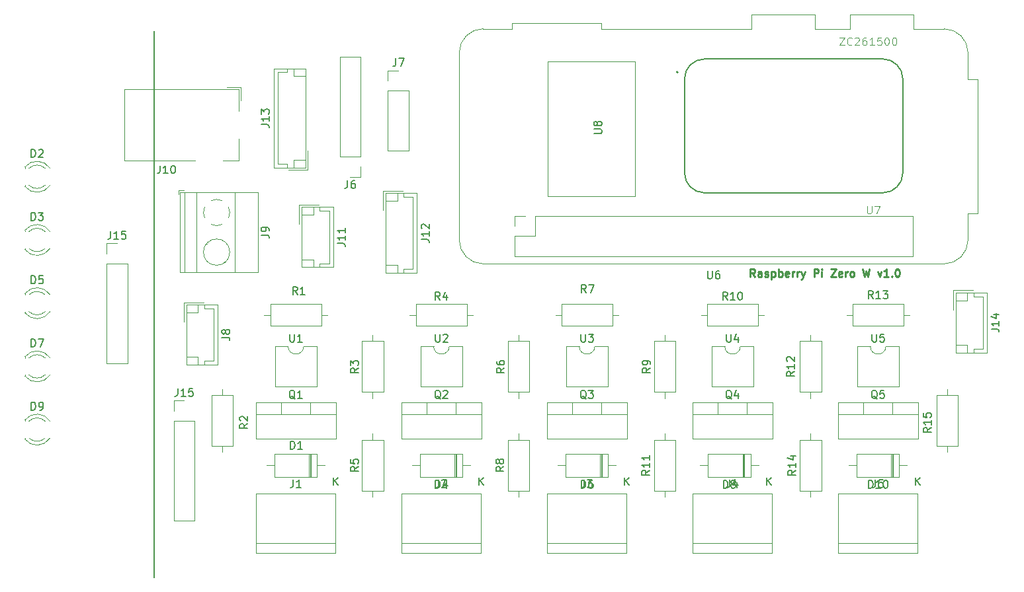
<source format=gto>
G04 #@! TF.GenerationSoftware,KiCad,Pcbnew,(5.1.10)-1*
G04 #@! TF.CreationDate,2022-01-04T01:44:35+08:00*
G04 #@! TF.ProjectId,Smart Hydroponic - 1,536d6172-7420-4487-9964-726f706f6e69,rev?*
G04 #@! TF.SameCoordinates,Original*
G04 #@! TF.FileFunction,Legend,Top*
G04 #@! TF.FilePolarity,Positive*
%FSLAX46Y46*%
G04 Gerber Fmt 4.6, Leading zero omitted, Abs format (unit mm)*
G04 Created by KiCad (PCBNEW (5.1.10)-1) date 2022-01-04 01:44:35*
%MOMM*%
%LPD*%
G01*
G04 APERTURE LIST*
%ADD10C,0.250000*%
%ADD11C,0.150000*%
%ADD12C,0.120000*%
%ADD13C,0.127000*%
%ADD14C,0.200000*%
%ADD15C,0.050000*%
G04 APERTURE END LIST*
D10*
X136907619Y-111482380D02*
X136574285Y-111006190D01*
X136336190Y-111482380D02*
X136336190Y-110482380D01*
X136717142Y-110482380D01*
X136812380Y-110530000D01*
X136860000Y-110577619D01*
X136907619Y-110672857D01*
X136907619Y-110815714D01*
X136860000Y-110910952D01*
X136812380Y-110958571D01*
X136717142Y-111006190D01*
X136336190Y-111006190D01*
X137764761Y-111482380D02*
X137764761Y-110958571D01*
X137717142Y-110863333D01*
X137621904Y-110815714D01*
X137431428Y-110815714D01*
X137336190Y-110863333D01*
X137764761Y-111434761D02*
X137669523Y-111482380D01*
X137431428Y-111482380D01*
X137336190Y-111434761D01*
X137288571Y-111339523D01*
X137288571Y-111244285D01*
X137336190Y-111149047D01*
X137431428Y-111101428D01*
X137669523Y-111101428D01*
X137764761Y-111053809D01*
X138193333Y-111434761D02*
X138288571Y-111482380D01*
X138479047Y-111482380D01*
X138574285Y-111434761D01*
X138621904Y-111339523D01*
X138621904Y-111291904D01*
X138574285Y-111196666D01*
X138479047Y-111149047D01*
X138336190Y-111149047D01*
X138240952Y-111101428D01*
X138193333Y-111006190D01*
X138193333Y-110958571D01*
X138240952Y-110863333D01*
X138336190Y-110815714D01*
X138479047Y-110815714D01*
X138574285Y-110863333D01*
X139050476Y-110815714D02*
X139050476Y-111815714D01*
X139050476Y-110863333D02*
X139145714Y-110815714D01*
X139336190Y-110815714D01*
X139431428Y-110863333D01*
X139479047Y-110910952D01*
X139526666Y-111006190D01*
X139526666Y-111291904D01*
X139479047Y-111387142D01*
X139431428Y-111434761D01*
X139336190Y-111482380D01*
X139145714Y-111482380D01*
X139050476Y-111434761D01*
X139955238Y-111482380D02*
X139955238Y-110482380D01*
X139955238Y-110863333D02*
X140050476Y-110815714D01*
X140240952Y-110815714D01*
X140336190Y-110863333D01*
X140383809Y-110910952D01*
X140431428Y-111006190D01*
X140431428Y-111291904D01*
X140383809Y-111387142D01*
X140336190Y-111434761D01*
X140240952Y-111482380D01*
X140050476Y-111482380D01*
X139955238Y-111434761D01*
X141240952Y-111434761D02*
X141145714Y-111482380D01*
X140955238Y-111482380D01*
X140860000Y-111434761D01*
X140812380Y-111339523D01*
X140812380Y-110958571D01*
X140860000Y-110863333D01*
X140955238Y-110815714D01*
X141145714Y-110815714D01*
X141240952Y-110863333D01*
X141288571Y-110958571D01*
X141288571Y-111053809D01*
X140812380Y-111149047D01*
X141717142Y-111482380D02*
X141717142Y-110815714D01*
X141717142Y-111006190D02*
X141764761Y-110910952D01*
X141812380Y-110863333D01*
X141907619Y-110815714D01*
X142002857Y-110815714D01*
X142336190Y-111482380D02*
X142336190Y-110815714D01*
X142336190Y-111006190D02*
X142383809Y-110910952D01*
X142431428Y-110863333D01*
X142526666Y-110815714D01*
X142621904Y-110815714D01*
X142860000Y-110815714D02*
X143098095Y-111482380D01*
X143336190Y-110815714D02*
X143098095Y-111482380D01*
X143002857Y-111720476D01*
X142955238Y-111768095D01*
X142860000Y-111815714D01*
X144479047Y-111482380D02*
X144479047Y-110482380D01*
X144860000Y-110482380D01*
X144955238Y-110530000D01*
X145002857Y-110577619D01*
X145050476Y-110672857D01*
X145050476Y-110815714D01*
X145002857Y-110910952D01*
X144955238Y-110958571D01*
X144860000Y-111006190D01*
X144479047Y-111006190D01*
X145479047Y-111482380D02*
X145479047Y-110815714D01*
X145479047Y-110482380D02*
X145431428Y-110530000D01*
X145479047Y-110577619D01*
X145526666Y-110530000D01*
X145479047Y-110482380D01*
X145479047Y-110577619D01*
X146621904Y-110482380D02*
X147288571Y-110482380D01*
X146621904Y-111482380D01*
X147288571Y-111482380D01*
X148050476Y-111434761D02*
X147955238Y-111482380D01*
X147764761Y-111482380D01*
X147669523Y-111434761D01*
X147621904Y-111339523D01*
X147621904Y-110958571D01*
X147669523Y-110863333D01*
X147764761Y-110815714D01*
X147955238Y-110815714D01*
X148050476Y-110863333D01*
X148098095Y-110958571D01*
X148098095Y-111053809D01*
X147621904Y-111149047D01*
X148526666Y-111482380D02*
X148526666Y-110815714D01*
X148526666Y-111006190D02*
X148574285Y-110910952D01*
X148621904Y-110863333D01*
X148717142Y-110815714D01*
X148812380Y-110815714D01*
X149288571Y-111482380D02*
X149193333Y-111434761D01*
X149145714Y-111387142D01*
X149098095Y-111291904D01*
X149098095Y-111006190D01*
X149145714Y-110910952D01*
X149193333Y-110863333D01*
X149288571Y-110815714D01*
X149431428Y-110815714D01*
X149526666Y-110863333D01*
X149574285Y-110910952D01*
X149621904Y-111006190D01*
X149621904Y-111291904D01*
X149574285Y-111387142D01*
X149526666Y-111434761D01*
X149431428Y-111482380D01*
X149288571Y-111482380D01*
X150717142Y-110482380D02*
X150955238Y-111482380D01*
X151145714Y-110768095D01*
X151336190Y-111482380D01*
X151574285Y-110482380D01*
X152621904Y-110815714D02*
X152859999Y-111482380D01*
X153098095Y-110815714D01*
X154002857Y-111482380D02*
X153431428Y-111482380D01*
X153717142Y-111482380D02*
X153717142Y-110482380D01*
X153621904Y-110625238D01*
X153526666Y-110720476D01*
X153431428Y-110768095D01*
X154431428Y-111387142D02*
X154479047Y-111434761D01*
X154431428Y-111482380D01*
X154383809Y-111434761D01*
X154431428Y-111387142D01*
X154431428Y-111482380D01*
X155098095Y-110482380D02*
X155193333Y-110482380D01*
X155288571Y-110530000D01*
X155336190Y-110577619D01*
X155383809Y-110672857D01*
X155431428Y-110863333D01*
X155431428Y-111101428D01*
X155383809Y-111291904D01*
X155336190Y-111387142D01*
X155288571Y-111434761D01*
X155193333Y-111482380D01*
X155098095Y-111482380D01*
X155002857Y-111434761D01*
X154955238Y-111387142D01*
X154907619Y-111291904D01*
X154859999Y-111101428D01*
X154859999Y-110863333D01*
X154907619Y-110672857D01*
X154955238Y-110577619D01*
X155002857Y-110530000D01*
X155098095Y-110482380D01*
D11*
X60000000Y-80000000D02*
X60000000Y-150000000D01*
D12*
X65240000Y-96630000D02*
X56240000Y-96630000D01*
X56240000Y-96630000D02*
X56240000Y-87430000D01*
X56240000Y-87430000D02*
X70840000Y-87430000D01*
X70840000Y-87430000D02*
X70840000Y-90230000D01*
X70840000Y-93830000D02*
X70840000Y-96630000D01*
X70840000Y-96630000D02*
X68840000Y-96630000D01*
X69340000Y-87190000D02*
X71080000Y-87190000D01*
X71080000Y-87190000D02*
X71080000Y-88930000D01*
X62520000Y-142710000D02*
X65180000Y-142710000D01*
X62520000Y-129950000D02*
X62520000Y-142710000D01*
X65180000Y-129950000D02*
X65180000Y-142710000D01*
X62520000Y-129950000D02*
X65180000Y-129950000D01*
X62520000Y-128680000D02*
X62520000Y-127350000D01*
X62520000Y-127350000D02*
X63850000Y-127350000D01*
X53940000Y-122550000D02*
X56600000Y-122550000D01*
X53940000Y-109790000D02*
X53940000Y-122550000D01*
X56600000Y-109790000D02*
X56600000Y-122550000D01*
X53940000Y-109790000D02*
X56600000Y-109790000D01*
X53940000Y-108520000D02*
X53940000Y-107190000D01*
X53940000Y-107190000D02*
X55270000Y-107190000D01*
X89940000Y-95330000D02*
X92600000Y-95330000D01*
X89940000Y-87650000D02*
X89940000Y-95330000D01*
X92600000Y-87650000D02*
X92600000Y-95330000D01*
X89940000Y-87650000D02*
X92600000Y-87650000D01*
X89940000Y-86380000D02*
X89940000Y-85050000D01*
X89940000Y-85050000D02*
X91270000Y-85050000D01*
X86440000Y-83330000D02*
X83780000Y-83330000D01*
X86440000Y-96090000D02*
X86440000Y-83330000D01*
X83780000Y-96090000D02*
X83780000Y-83330000D01*
X86440000Y-96090000D02*
X83780000Y-96090000D01*
X86440000Y-97360000D02*
X86440000Y-98690000D01*
X86440000Y-98690000D02*
X85110000Y-98690000D01*
X154515000Y-127600000D02*
X154515000Y-129110000D01*
X150814000Y-127600000D02*
X150814000Y-129110000D01*
X147544000Y-129110000D02*
X157784000Y-129110000D01*
X157784000Y-127600000D02*
X157784000Y-132241000D01*
X147544000Y-127600000D02*
X147544000Y-132241000D01*
X147544000Y-132241000D02*
X157784000Y-132241000D01*
X147544000Y-127600000D02*
X157784000Y-127600000D01*
X135886500Y-127600000D02*
X135886500Y-129110000D01*
X132185500Y-127600000D02*
X132185500Y-129110000D01*
X128915500Y-129110000D02*
X139155500Y-129110000D01*
X139155500Y-127600000D02*
X139155500Y-132241000D01*
X128915500Y-127600000D02*
X128915500Y-132241000D01*
X128915500Y-132241000D02*
X139155500Y-132241000D01*
X128915500Y-127600000D02*
X139155500Y-127600000D01*
X117258000Y-127600000D02*
X117258000Y-129110000D01*
X113557000Y-127600000D02*
X113557000Y-129110000D01*
X110287000Y-129110000D02*
X120527000Y-129110000D01*
X120527000Y-127600000D02*
X120527000Y-132241000D01*
X110287000Y-127600000D02*
X110287000Y-132241000D01*
X110287000Y-132241000D02*
X120527000Y-132241000D01*
X110287000Y-127600000D02*
X120527000Y-127600000D01*
X98629500Y-127600000D02*
X98629500Y-129110000D01*
X94928500Y-127600000D02*
X94928500Y-129110000D01*
X91658500Y-129110000D02*
X101898500Y-129110000D01*
X101898500Y-127600000D02*
X101898500Y-132241000D01*
X91658500Y-127600000D02*
X91658500Y-132241000D01*
X91658500Y-132241000D02*
X101898500Y-132241000D01*
X91658500Y-127600000D02*
X101898500Y-127600000D01*
X80001000Y-127600000D02*
X80001000Y-129110000D01*
X76300000Y-127600000D02*
X76300000Y-129110000D01*
X73030000Y-129110000D02*
X83270000Y-129110000D01*
X83270000Y-127600000D02*
X83270000Y-132241000D01*
X73030000Y-127600000D02*
X73030000Y-132241000D01*
X73030000Y-132241000D02*
X83270000Y-132241000D01*
X73030000Y-127600000D02*
X83270000Y-127600000D01*
X157744000Y-145650000D02*
X147584000Y-145650000D01*
X157744000Y-146920000D02*
X157744000Y-139300000D01*
X157744000Y-139300000D02*
X147584000Y-139300000D01*
X147584000Y-139300000D02*
X147584000Y-146920000D01*
X147584000Y-146920000D02*
X157744000Y-146920000D01*
X139115500Y-145650000D02*
X128955500Y-145650000D01*
X139115500Y-146920000D02*
X139115500Y-139300000D01*
X139115500Y-139300000D02*
X128955500Y-139300000D01*
X128955500Y-139300000D02*
X128955500Y-146920000D01*
X128955500Y-146920000D02*
X139115500Y-146920000D01*
X120487000Y-145650000D02*
X110327000Y-145650000D01*
X120487000Y-146920000D02*
X120487000Y-139300000D01*
X120487000Y-139300000D02*
X110327000Y-139300000D01*
X110327000Y-139300000D02*
X110327000Y-146920000D01*
X110327000Y-146920000D02*
X120487000Y-146920000D01*
X101858500Y-145650000D02*
X91698500Y-145650000D01*
X101858500Y-146920000D02*
X101858500Y-139300000D01*
X101858500Y-139300000D02*
X91698500Y-139300000D01*
X91698500Y-139300000D02*
X91698500Y-146920000D01*
X91698500Y-146920000D02*
X101858500Y-146920000D01*
X73070000Y-146920000D02*
X83230000Y-146920000D01*
X73070000Y-139300000D02*
X73070000Y-146920000D01*
X83230000Y-139300000D02*
X73070000Y-139300000D01*
X83230000Y-146920000D02*
X83230000Y-139300000D01*
X83230000Y-145650000D02*
X73070000Y-145650000D01*
X121546000Y-83860000D02*
X110370000Y-83860000D01*
X121580000Y-101140000D02*
X121580000Y-83868000D01*
X110372000Y-101138000D02*
X121548000Y-101138000D01*
X110372000Y-83866000D02*
X110372000Y-101138000D01*
D13*
X155840000Y-86117500D02*
X155840000Y-98182500D01*
X153300000Y-100722500D02*
X130440000Y-100722500D01*
X127900000Y-98182500D02*
X127900000Y-86117500D01*
X130440000Y-83577500D02*
X153300000Y-83577500D01*
D14*
X127068000Y-85263000D02*
G75*
G03*
X127068000Y-85263000I-100000J0D01*
G01*
D13*
X153300000Y-83577500D02*
G75*
G02*
X155840000Y-86117500I0J-2540000D01*
G01*
X127900000Y-86117500D02*
G75*
G02*
X130440000Y-83577500I2540000J0D01*
G01*
X130440000Y-100722500D02*
G75*
G02*
X127900000Y-98182500I0J2540000D01*
G01*
X155840000Y-98182500D02*
G75*
G02*
X153300000Y-100722500I-2540000J0D01*
G01*
D12*
X105820000Y-79710000D02*
X102130000Y-79710000D01*
X105820000Y-79010000D02*
X105820000Y-79710000D01*
X117240000Y-79010000D02*
X105820000Y-79010000D01*
X117240000Y-79710000D02*
X117240000Y-79010000D01*
X136470000Y-79710000D02*
X117240000Y-79710000D01*
X149070000Y-79710000D02*
X144590000Y-79710000D01*
X144590000Y-77910000D02*
X136470000Y-77910000D01*
X136470000Y-77910000D02*
X136470000Y-79710000D01*
X144590000Y-79710000D02*
X144590000Y-77910000D01*
X149070000Y-77910000D02*
X149070000Y-79710000D01*
X157190000Y-77910000D02*
X149070000Y-77910000D01*
X157190000Y-79710000D02*
X157190000Y-77910000D01*
X164190000Y-103330000D02*
X164190000Y-106770000D01*
X165390000Y-86210000D02*
X164190000Y-86210000D01*
X165390000Y-103330000D02*
X165390000Y-86210000D01*
X164190000Y-103330000D02*
X165390000Y-103330000D01*
X106170000Y-108870000D02*
X157090000Y-108870000D01*
X106170000Y-108870000D02*
X106170000Y-106270000D01*
X106170000Y-106270000D02*
X108770000Y-106270000D01*
X108770000Y-106270000D02*
X108770000Y-103670000D01*
X106170000Y-105000000D02*
X106170000Y-103670000D01*
X106170000Y-103670000D02*
X107500000Y-103670000D01*
X108770000Y-103670000D02*
X157090000Y-103670000D01*
X157090000Y-108870000D02*
X157090000Y-103670000D01*
X164190000Y-86210000D02*
X164190000Y-82770000D01*
X161130000Y-79710000D02*
X157190000Y-79710000D01*
X99070000Y-106770000D02*
X99070000Y-82770000D01*
X161130000Y-109830000D02*
X102130000Y-109830000D01*
X164190000Y-82770000D02*
G75*
G03*
X161130000Y-79710000I-3060000J0D01*
G01*
X161130000Y-109830000D02*
G75*
G03*
X164190000Y-106770000I0J3060000D01*
G01*
X99070000Y-106770000D02*
G75*
G03*
X102130000Y-109830000I3060000J0D01*
G01*
X102130000Y-79710000D02*
G75*
G03*
X99070000Y-82770000I0J-3060000D01*
G01*
X155324000Y-120390000D02*
X153674000Y-120390000D01*
X155324000Y-125590000D02*
X155324000Y-120390000D01*
X150024000Y-125590000D02*
X155324000Y-125590000D01*
X150024000Y-120390000D02*
X150024000Y-125590000D01*
X151674000Y-120390000D02*
X150024000Y-120390000D01*
X153674000Y-120390000D02*
G75*
G02*
X151674000Y-120390000I-1000000J0D01*
G01*
X136695500Y-120390000D02*
X135045500Y-120390000D01*
X136695500Y-125590000D02*
X136695500Y-120390000D01*
X131395500Y-125590000D02*
X136695500Y-125590000D01*
X131395500Y-120390000D02*
X131395500Y-125590000D01*
X133045500Y-120390000D02*
X131395500Y-120390000D01*
X135045500Y-120390000D02*
G75*
G02*
X133045500Y-120390000I-1000000J0D01*
G01*
X118067000Y-120390000D02*
X116417000Y-120390000D01*
X118067000Y-125590000D02*
X118067000Y-120390000D01*
X112767000Y-125590000D02*
X118067000Y-125590000D01*
X112767000Y-120390000D02*
X112767000Y-125590000D01*
X114417000Y-120390000D02*
X112767000Y-120390000D01*
X116417000Y-120390000D02*
G75*
G02*
X114417000Y-120390000I-1000000J0D01*
G01*
X99438500Y-120390000D02*
X97788500Y-120390000D01*
X99438500Y-125590000D02*
X99438500Y-120390000D01*
X94138500Y-125590000D02*
X99438500Y-125590000D01*
X94138500Y-120390000D02*
X94138500Y-125590000D01*
X95788500Y-120390000D02*
X94138500Y-120390000D01*
X97788500Y-120390000D02*
G75*
G02*
X95788500Y-120390000I-1000000J0D01*
G01*
X80810000Y-120390000D02*
X79160000Y-120390000D01*
X80810000Y-125590000D02*
X80810000Y-120390000D01*
X75510000Y-125590000D02*
X80810000Y-125590000D01*
X75510000Y-120390000D02*
X75510000Y-125590000D01*
X77160000Y-120390000D02*
X75510000Y-120390000D01*
X79160000Y-120390000D02*
G75*
G02*
X77160000Y-120390000I-1000000J0D01*
G01*
X161554000Y-133965000D02*
X161554000Y-133195000D01*
X161554000Y-125885000D02*
X161554000Y-126655000D01*
X162924000Y-133195000D02*
X162924000Y-126655000D01*
X160184000Y-133195000D02*
X162924000Y-133195000D01*
X160184000Y-126655000D02*
X160184000Y-133195000D01*
X162924000Y-126655000D02*
X160184000Y-126655000D01*
X144040000Y-131600000D02*
X144040000Y-132370000D01*
X144040000Y-139680000D02*
X144040000Y-138910000D01*
X142670000Y-132370000D02*
X142670000Y-138910000D01*
X145410000Y-132370000D02*
X142670000Y-132370000D01*
X145410000Y-138910000D02*
X145410000Y-132370000D01*
X142670000Y-138910000D02*
X145410000Y-138910000D01*
X148624000Y-116370000D02*
X149394000Y-116370000D01*
X156704000Y-116370000D02*
X155934000Y-116370000D01*
X149394000Y-117740000D02*
X155934000Y-117740000D01*
X149394000Y-115000000D02*
X149394000Y-117740000D01*
X155934000Y-115000000D02*
X149394000Y-115000000D01*
X155934000Y-117740000D02*
X155934000Y-115000000D01*
X144040000Y-127035000D02*
X144040000Y-126265000D01*
X144040000Y-118955000D02*
X144040000Y-119725000D01*
X145410000Y-126265000D02*
X145410000Y-119725000D01*
X142670000Y-126265000D02*
X145410000Y-126265000D01*
X142670000Y-119725000D02*
X142670000Y-126265000D01*
X145410000Y-119725000D02*
X142670000Y-119725000D01*
X125356666Y-131600000D02*
X125356666Y-132370000D01*
X125356666Y-139680000D02*
X125356666Y-138910000D01*
X123986666Y-132370000D02*
X123986666Y-138910000D01*
X126726666Y-132370000D02*
X123986666Y-132370000D01*
X126726666Y-138910000D02*
X126726666Y-132370000D01*
X123986666Y-138910000D02*
X126726666Y-138910000D01*
X138075500Y-116370000D02*
X137305500Y-116370000D01*
X129995500Y-116370000D02*
X130765500Y-116370000D01*
X137305500Y-115000000D02*
X130765500Y-115000000D01*
X137305500Y-117740000D02*
X137305500Y-115000000D01*
X130765500Y-117740000D02*
X137305500Y-117740000D01*
X130765500Y-115000000D02*
X130765500Y-117740000D01*
X125356666Y-127035000D02*
X125356666Y-126265000D01*
X125356666Y-118955000D02*
X125356666Y-119725000D01*
X126726666Y-126265000D02*
X126726666Y-119725000D01*
X123986666Y-126265000D02*
X126726666Y-126265000D01*
X123986666Y-119725000D02*
X123986666Y-126265000D01*
X126726666Y-119725000D02*
X123986666Y-119725000D01*
X106673333Y-131600000D02*
X106673333Y-132370000D01*
X106673333Y-139680000D02*
X106673333Y-138910000D01*
X105303333Y-132370000D02*
X105303333Y-138910000D01*
X108043333Y-132370000D02*
X105303333Y-132370000D01*
X108043333Y-138910000D02*
X108043333Y-132370000D01*
X105303333Y-138910000D02*
X108043333Y-138910000D01*
X119490000Y-116370000D02*
X118720000Y-116370000D01*
X111410000Y-116370000D02*
X112180000Y-116370000D01*
X118720000Y-115000000D02*
X112180000Y-115000000D01*
X118720000Y-117740000D02*
X118720000Y-115000000D01*
X112180000Y-117740000D02*
X118720000Y-117740000D01*
X112180000Y-115000000D02*
X112180000Y-117740000D01*
X106673333Y-127035000D02*
X106673333Y-126265000D01*
X106673333Y-118955000D02*
X106673333Y-119725000D01*
X108043333Y-126265000D02*
X108043333Y-119725000D01*
X105303333Y-126265000D02*
X108043333Y-126265000D01*
X105303333Y-119725000D02*
X105303333Y-126265000D01*
X108043333Y-119725000D02*
X105303333Y-119725000D01*
X87990000Y-139680000D02*
X87990000Y-138910000D01*
X87990000Y-131600000D02*
X87990000Y-132370000D01*
X89360000Y-138910000D02*
X89360000Y-132370000D01*
X86620000Y-138910000D02*
X89360000Y-138910000D01*
X86620000Y-132370000D02*
X86620000Y-138910000D01*
X89360000Y-132370000D02*
X86620000Y-132370000D01*
X100818500Y-116370000D02*
X100048500Y-116370000D01*
X92738500Y-116370000D02*
X93508500Y-116370000D01*
X100048500Y-115000000D02*
X93508500Y-115000000D01*
X100048500Y-117740000D02*
X100048500Y-115000000D01*
X93508500Y-117740000D02*
X100048500Y-117740000D01*
X93508500Y-115000000D02*
X93508500Y-117740000D01*
X87990000Y-127035000D02*
X87990000Y-126265000D01*
X87990000Y-118955000D02*
X87990000Y-119725000D01*
X89360000Y-126265000D02*
X89360000Y-119725000D01*
X86620000Y-126265000D02*
X89360000Y-126265000D01*
X86620000Y-119725000D02*
X86620000Y-126265000D01*
X89360000Y-119725000D02*
X86620000Y-119725000D01*
X68730000Y-133965000D02*
X68730000Y-133195000D01*
X68730000Y-125885000D02*
X68730000Y-126655000D01*
X70100000Y-133195000D02*
X70100000Y-126655000D01*
X67360000Y-133195000D02*
X70100000Y-133195000D01*
X67360000Y-126655000D02*
X67360000Y-133195000D01*
X70100000Y-126655000D02*
X67360000Y-126655000D01*
X82190000Y-116370000D02*
X81420000Y-116370000D01*
X74110000Y-116370000D02*
X74880000Y-116370000D01*
X81420000Y-115000000D02*
X74880000Y-115000000D01*
X81420000Y-117740000D02*
X81420000Y-115000000D01*
X74880000Y-117740000D02*
X81420000Y-117740000D01*
X74880000Y-115000000D02*
X74880000Y-117740000D01*
X162300000Y-113210000D02*
X162300000Y-115710000D01*
X164800000Y-113210000D02*
X162300000Y-113210000D01*
X164100000Y-120230000D02*
X162600000Y-120230000D01*
X164100000Y-121230000D02*
X164100000Y-120230000D01*
X164100000Y-114510000D02*
X162600000Y-114510000D01*
X164100000Y-113510000D02*
X164100000Y-114510000D01*
X164910000Y-120730000D02*
X164910000Y-121230000D01*
X166120000Y-120730000D02*
X164910000Y-120730000D01*
X166120000Y-114010000D02*
X166120000Y-120730000D01*
X164910000Y-114010000D02*
X166120000Y-114010000D01*
X164910000Y-113510000D02*
X164910000Y-114010000D01*
X166620000Y-121230000D02*
X166620000Y-113510000D01*
X162600000Y-121230000D02*
X166620000Y-121230000D01*
X162600000Y-113510000D02*
X162600000Y-121230000D01*
X166620000Y-113510000D02*
X162600000Y-113510000D01*
X79680000Y-97810000D02*
X79680000Y-95310000D01*
X77180000Y-97810000D02*
X79680000Y-97810000D01*
X77880000Y-85790000D02*
X79380000Y-85790000D01*
X77880000Y-84790000D02*
X77880000Y-85790000D01*
X77880000Y-96510000D02*
X79380000Y-96510000D01*
X77880000Y-97510000D02*
X77880000Y-96510000D01*
X77070000Y-85290000D02*
X77070000Y-84790000D01*
X75860000Y-85290000D02*
X77070000Y-85290000D01*
X75860000Y-97010000D02*
X75860000Y-85290000D01*
X77070000Y-97010000D02*
X75860000Y-97010000D01*
X77070000Y-97510000D02*
X77070000Y-97010000D01*
X75360000Y-84790000D02*
X75360000Y-97510000D01*
X79380000Y-84790000D02*
X75360000Y-84790000D01*
X79380000Y-97510000D02*
X79380000Y-84790000D01*
X75360000Y-97510000D02*
X79380000Y-97510000D01*
X89340000Y-100470000D02*
X89340000Y-102970000D01*
X91840000Y-100470000D02*
X89340000Y-100470000D01*
X91140000Y-109990000D02*
X89640000Y-109990000D01*
X91140000Y-110990000D02*
X91140000Y-109990000D01*
X91140000Y-101770000D02*
X89640000Y-101770000D01*
X91140000Y-100770000D02*
X91140000Y-101770000D01*
X91950000Y-110490000D02*
X91950000Y-110990000D01*
X93160000Y-110490000D02*
X91950000Y-110490000D01*
X93160000Y-101270000D02*
X93160000Y-110490000D01*
X91950000Y-101270000D02*
X93160000Y-101270000D01*
X91950000Y-100770000D02*
X91950000Y-101270000D01*
X93660000Y-110990000D02*
X93660000Y-100770000D01*
X89640000Y-110990000D02*
X93660000Y-110990000D01*
X89640000Y-100770000D02*
X89640000Y-110990000D01*
X93660000Y-100770000D02*
X89640000Y-100770000D01*
X78600000Y-102240000D02*
X78600000Y-104740000D01*
X81100000Y-102240000D02*
X78600000Y-102240000D01*
X80400000Y-109260000D02*
X78900000Y-109260000D01*
X80400000Y-110260000D02*
X80400000Y-109260000D01*
X80400000Y-103540000D02*
X78900000Y-103540000D01*
X80400000Y-102540000D02*
X80400000Y-103540000D01*
X81210000Y-109760000D02*
X81210000Y-110260000D01*
X82420000Y-109760000D02*
X81210000Y-109760000D01*
X82420000Y-103040000D02*
X82420000Y-109760000D01*
X81210000Y-103040000D02*
X82420000Y-103040000D01*
X81210000Y-102540000D02*
X81210000Y-103040000D01*
X82920000Y-110260000D02*
X82920000Y-102540000D01*
X78900000Y-110260000D02*
X82920000Y-110260000D01*
X78900000Y-102540000D02*
X78900000Y-110260000D01*
X82920000Y-102540000D02*
X78900000Y-102540000D01*
X63110000Y-100410000D02*
X63110000Y-100910000D01*
X63850000Y-100410000D02*
X63110000Y-100410000D01*
X66987000Y-107103000D02*
X66941000Y-107056000D01*
X69285000Y-109400000D02*
X69249000Y-109365000D01*
X66771000Y-107296000D02*
X66736000Y-107261000D01*
X69079000Y-109605000D02*
X69033000Y-109558000D01*
X73271000Y-110930000D02*
X63350000Y-110930000D01*
X73271000Y-100650000D02*
X63350000Y-100650000D01*
X63350000Y-100650000D02*
X63350000Y-110930000D01*
X73271000Y-100650000D02*
X73271000Y-110930000D01*
X70311000Y-100650000D02*
X70311000Y-110930000D01*
X65410000Y-100650000D02*
X65410000Y-110930000D01*
X63910000Y-100650000D02*
X63910000Y-110930000D01*
X69690000Y-108330000D02*
G75*
G03*
X69690000Y-108330000I-1680000J0D01*
G01*
X66329747Y-103278805D02*
G75*
G02*
X66475000Y-102566000I1680253J28805D01*
G01*
X67326958Y-101714574D02*
G75*
G02*
X68694000Y-101715000I683042J-1535426D01*
G01*
X69545426Y-102566958D02*
G75*
G02*
X69545000Y-103934000I-1535426J-683042D01*
G01*
X68693042Y-104785426D02*
G75*
G02*
X67326000Y-104785000I-683042J1535426D01*
G01*
X66475244Y-103933318D02*
G75*
G02*
X66330000Y-103250000I1534756J683318D01*
G01*
X63830000Y-114760000D02*
X63830000Y-117260000D01*
X66330000Y-114760000D02*
X63830000Y-114760000D01*
X65630000Y-121780000D02*
X64130000Y-121780000D01*
X65630000Y-122780000D02*
X65630000Y-121780000D01*
X65630000Y-116060000D02*
X64130000Y-116060000D01*
X65630000Y-115060000D02*
X65630000Y-116060000D01*
X66440000Y-122280000D02*
X66440000Y-122780000D01*
X67650000Y-122280000D02*
X66440000Y-122280000D01*
X67650000Y-115560000D02*
X67650000Y-122280000D01*
X66440000Y-115560000D02*
X67650000Y-115560000D01*
X66440000Y-115060000D02*
X66440000Y-115560000D01*
X68150000Y-122780000D02*
X68150000Y-115060000D01*
X64130000Y-122780000D02*
X68150000Y-122780000D01*
X64130000Y-115060000D02*
X64130000Y-122780000D01*
X68150000Y-115060000D02*
X64130000Y-115060000D01*
X154604000Y-137110000D02*
X154604000Y-134170000D01*
X154364000Y-137110000D02*
X154364000Y-134170000D01*
X154484000Y-137110000D02*
X154484000Y-134170000D01*
X148924000Y-135640000D02*
X149944000Y-135640000D01*
X156404000Y-135640000D02*
X155384000Y-135640000D01*
X149944000Y-137110000D02*
X155384000Y-137110000D01*
X149944000Y-134170000D02*
X149944000Y-137110000D01*
X155384000Y-134170000D02*
X149944000Y-134170000D01*
X155384000Y-137110000D02*
X155384000Y-134170000D01*
X43470000Y-132150000D02*
X43470000Y-132306000D01*
X43470000Y-129834000D02*
X43470000Y-129990000D01*
X46071130Y-132149837D02*
G75*
G02*
X43989039Y-132150000I-1041130J1079837D01*
G01*
X46071130Y-129990163D02*
G75*
G03*
X43989039Y-129990000I-1041130J-1079837D01*
G01*
X46702335Y-132148608D02*
G75*
G02*
X43470000Y-132305516I-1672335J1078608D01*
G01*
X46702335Y-129991392D02*
G75*
G03*
X43470000Y-129834484I-1672335J-1078608D01*
G01*
X135570000Y-137110000D02*
X135570000Y-134170000D01*
X135330000Y-137110000D02*
X135330000Y-134170000D01*
X135450000Y-137110000D02*
X135450000Y-134170000D01*
X129890000Y-135640000D02*
X130910000Y-135640000D01*
X137370000Y-135640000D02*
X136350000Y-135640000D01*
X130910000Y-137110000D02*
X136350000Y-137110000D01*
X130910000Y-134170000D02*
X130910000Y-137110000D01*
X136350000Y-134170000D02*
X130910000Y-134170000D01*
X136350000Y-137110000D02*
X136350000Y-134170000D01*
X43470000Y-124050000D02*
X43470000Y-124206000D01*
X43470000Y-121734000D02*
X43470000Y-121890000D01*
X46071130Y-124049837D02*
G75*
G02*
X43989039Y-124050000I-1041130J1079837D01*
G01*
X46071130Y-121890163D02*
G75*
G03*
X43989039Y-121890000I-1041130J-1079837D01*
G01*
X46702335Y-124048608D02*
G75*
G02*
X43470000Y-124205516I-1672335J1078608D01*
G01*
X46702335Y-121891392D02*
G75*
G03*
X43470000Y-121734484I-1672335J-1078608D01*
G01*
X117347000Y-137110000D02*
X117347000Y-134170000D01*
X117107000Y-137110000D02*
X117107000Y-134170000D01*
X117227000Y-137110000D02*
X117227000Y-134170000D01*
X111667000Y-135640000D02*
X112687000Y-135640000D01*
X119147000Y-135640000D02*
X118127000Y-135640000D01*
X112687000Y-137110000D02*
X118127000Y-137110000D01*
X112687000Y-134170000D02*
X112687000Y-137110000D01*
X118127000Y-134170000D02*
X112687000Y-134170000D01*
X118127000Y-137110000D02*
X118127000Y-134170000D01*
X43470000Y-115950000D02*
X43470000Y-116106000D01*
X43470000Y-113634000D02*
X43470000Y-113790000D01*
X46071130Y-115949837D02*
G75*
G02*
X43989039Y-115950000I-1041130J1079837D01*
G01*
X46071130Y-113790163D02*
G75*
G03*
X43989039Y-113790000I-1041130J-1079837D01*
G01*
X46702335Y-115948608D02*
G75*
G02*
X43470000Y-116105516I-1672335J1078608D01*
G01*
X46702335Y-113791392D02*
G75*
G03*
X43470000Y-113634484I-1672335J-1078608D01*
G01*
X98718500Y-137110000D02*
X98718500Y-134170000D01*
X98478500Y-137110000D02*
X98478500Y-134170000D01*
X98598500Y-137110000D02*
X98598500Y-134170000D01*
X93038500Y-135640000D02*
X94058500Y-135640000D01*
X100518500Y-135640000D02*
X99498500Y-135640000D01*
X94058500Y-137110000D02*
X99498500Y-137110000D01*
X94058500Y-134170000D02*
X94058500Y-137110000D01*
X99498500Y-134170000D02*
X94058500Y-134170000D01*
X99498500Y-137110000D02*
X99498500Y-134170000D01*
X43470000Y-107850000D02*
X43470000Y-108006000D01*
X43470000Y-105534000D02*
X43470000Y-105690000D01*
X46071130Y-107849837D02*
G75*
G02*
X43989039Y-107850000I-1041130J1079837D01*
G01*
X46071130Y-105690163D02*
G75*
G03*
X43989039Y-105690000I-1041130J-1079837D01*
G01*
X46702335Y-107848608D02*
G75*
G02*
X43470000Y-108005516I-1672335J1078608D01*
G01*
X46702335Y-105691392D02*
G75*
G03*
X43470000Y-105534484I-1672335J-1078608D01*
G01*
X43470000Y-99750000D02*
X43470000Y-99906000D01*
X43470000Y-97434000D02*
X43470000Y-97590000D01*
X46071130Y-99749837D02*
G75*
G02*
X43989039Y-99750000I-1041130J1079837D01*
G01*
X46071130Y-97590163D02*
G75*
G03*
X43989039Y-97590000I-1041130J-1079837D01*
G01*
X46702335Y-99748608D02*
G75*
G02*
X43470000Y-99905516I-1672335J1078608D01*
G01*
X46702335Y-97591392D02*
G75*
G03*
X43470000Y-97434484I-1672335J-1078608D01*
G01*
X80090000Y-137110000D02*
X80090000Y-134170000D01*
X79850000Y-137110000D02*
X79850000Y-134170000D01*
X79970000Y-137110000D02*
X79970000Y-134170000D01*
X74410000Y-135640000D02*
X75430000Y-135640000D01*
X81890000Y-135640000D02*
X80870000Y-135640000D01*
X75430000Y-137110000D02*
X80870000Y-137110000D01*
X75430000Y-134170000D02*
X75430000Y-137110000D01*
X80870000Y-134170000D02*
X75430000Y-134170000D01*
X80870000Y-137110000D02*
X80870000Y-134170000D01*
D11*
X60780476Y-97232380D02*
X60780476Y-97946666D01*
X60732857Y-98089523D01*
X60637619Y-98184761D01*
X60494761Y-98232380D01*
X60399523Y-98232380D01*
X61780476Y-98232380D02*
X61209047Y-98232380D01*
X61494761Y-98232380D02*
X61494761Y-97232380D01*
X61399523Y-97375238D01*
X61304285Y-97470476D01*
X61209047Y-97518095D01*
X62399523Y-97232380D02*
X62494761Y-97232380D01*
X62590000Y-97280000D01*
X62637619Y-97327619D01*
X62685238Y-97422857D01*
X62732857Y-97613333D01*
X62732857Y-97851428D01*
X62685238Y-98041904D01*
X62637619Y-98137142D01*
X62590000Y-98184761D01*
X62494761Y-98232380D01*
X62399523Y-98232380D01*
X62304285Y-98184761D01*
X62256666Y-98137142D01*
X62209047Y-98041904D01*
X62161428Y-97851428D01*
X62161428Y-97613333D01*
X62209047Y-97422857D01*
X62256666Y-97327619D01*
X62304285Y-97280000D01*
X62399523Y-97232380D01*
X63040476Y-125802380D02*
X63040476Y-126516666D01*
X62992857Y-126659523D01*
X62897619Y-126754761D01*
X62754761Y-126802380D01*
X62659523Y-126802380D01*
X64040476Y-126802380D02*
X63469047Y-126802380D01*
X63754761Y-126802380D02*
X63754761Y-125802380D01*
X63659523Y-125945238D01*
X63564285Y-126040476D01*
X63469047Y-126088095D01*
X64945238Y-125802380D02*
X64469047Y-125802380D01*
X64421428Y-126278571D01*
X64469047Y-126230952D01*
X64564285Y-126183333D01*
X64802380Y-126183333D01*
X64897619Y-126230952D01*
X64945238Y-126278571D01*
X64992857Y-126373809D01*
X64992857Y-126611904D01*
X64945238Y-126707142D01*
X64897619Y-126754761D01*
X64802380Y-126802380D01*
X64564285Y-126802380D01*
X64469047Y-126754761D01*
X64421428Y-126707142D01*
X54460476Y-105642380D02*
X54460476Y-106356666D01*
X54412857Y-106499523D01*
X54317619Y-106594761D01*
X54174761Y-106642380D01*
X54079523Y-106642380D01*
X55460476Y-106642380D02*
X54889047Y-106642380D01*
X55174761Y-106642380D02*
X55174761Y-105642380D01*
X55079523Y-105785238D01*
X54984285Y-105880476D01*
X54889047Y-105928095D01*
X56365238Y-105642380D02*
X55889047Y-105642380D01*
X55841428Y-106118571D01*
X55889047Y-106070952D01*
X55984285Y-106023333D01*
X56222380Y-106023333D01*
X56317619Y-106070952D01*
X56365238Y-106118571D01*
X56412857Y-106213809D01*
X56412857Y-106451904D01*
X56365238Y-106547142D01*
X56317619Y-106594761D01*
X56222380Y-106642380D01*
X55984285Y-106642380D01*
X55889047Y-106594761D01*
X55841428Y-106547142D01*
X90936666Y-83502380D02*
X90936666Y-84216666D01*
X90889047Y-84359523D01*
X90793809Y-84454761D01*
X90650952Y-84502380D01*
X90555714Y-84502380D01*
X91317619Y-83502380D02*
X91984285Y-83502380D01*
X91555714Y-84502380D01*
X84776666Y-99142380D02*
X84776666Y-99856666D01*
X84729047Y-99999523D01*
X84633809Y-100094761D01*
X84490952Y-100142380D01*
X84395714Y-100142380D01*
X85681428Y-99142380D02*
X85490952Y-99142380D01*
X85395714Y-99190000D01*
X85348095Y-99237619D01*
X85252857Y-99380476D01*
X85205238Y-99570952D01*
X85205238Y-99951904D01*
X85252857Y-100047142D01*
X85300476Y-100094761D01*
X85395714Y-100142380D01*
X85586190Y-100142380D01*
X85681428Y-100094761D01*
X85729047Y-100047142D01*
X85776666Y-99951904D01*
X85776666Y-99713809D01*
X85729047Y-99618571D01*
X85681428Y-99570952D01*
X85586190Y-99523333D01*
X85395714Y-99523333D01*
X85300476Y-99570952D01*
X85252857Y-99618571D01*
X85205238Y-99713809D01*
X152568761Y-127147619D02*
X152473523Y-127100000D01*
X152378285Y-127004761D01*
X152235428Y-126861904D01*
X152140190Y-126814285D01*
X152044952Y-126814285D01*
X152092571Y-127052380D02*
X151997333Y-127004761D01*
X151902095Y-126909523D01*
X151854476Y-126719047D01*
X151854476Y-126385714D01*
X151902095Y-126195238D01*
X151997333Y-126100000D01*
X152092571Y-126052380D01*
X152283047Y-126052380D01*
X152378285Y-126100000D01*
X152473523Y-126195238D01*
X152521142Y-126385714D01*
X152521142Y-126719047D01*
X152473523Y-126909523D01*
X152378285Y-127004761D01*
X152283047Y-127052380D01*
X152092571Y-127052380D01*
X153425904Y-126052380D02*
X152949714Y-126052380D01*
X152902095Y-126528571D01*
X152949714Y-126480952D01*
X153044952Y-126433333D01*
X153283047Y-126433333D01*
X153378285Y-126480952D01*
X153425904Y-126528571D01*
X153473523Y-126623809D01*
X153473523Y-126861904D01*
X153425904Y-126957142D01*
X153378285Y-127004761D01*
X153283047Y-127052380D01*
X153044952Y-127052380D01*
X152949714Y-127004761D01*
X152902095Y-126957142D01*
X133940261Y-127147619D02*
X133845023Y-127100000D01*
X133749785Y-127004761D01*
X133606928Y-126861904D01*
X133511690Y-126814285D01*
X133416452Y-126814285D01*
X133464071Y-127052380D02*
X133368833Y-127004761D01*
X133273595Y-126909523D01*
X133225976Y-126719047D01*
X133225976Y-126385714D01*
X133273595Y-126195238D01*
X133368833Y-126100000D01*
X133464071Y-126052380D01*
X133654547Y-126052380D01*
X133749785Y-126100000D01*
X133845023Y-126195238D01*
X133892642Y-126385714D01*
X133892642Y-126719047D01*
X133845023Y-126909523D01*
X133749785Y-127004761D01*
X133654547Y-127052380D01*
X133464071Y-127052380D01*
X134749785Y-126385714D02*
X134749785Y-127052380D01*
X134511690Y-126004761D02*
X134273595Y-126719047D01*
X134892642Y-126719047D01*
X115311761Y-127147619D02*
X115216523Y-127100000D01*
X115121285Y-127004761D01*
X114978428Y-126861904D01*
X114883190Y-126814285D01*
X114787952Y-126814285D01*
X114835571Y-127052380D02*
X114740333Y-127004761D01*
X114645095Y-126909523D01*
X114597476Y-126719047D01*
X114597476Y-126385714D01*
X114645095Y-126195238D01*
X114740333Y-126100000D01*
X114835571Y-126052380D01*
X115026047Y-126052380D01*
X115121285Y-126100000D01*
X115216523Y-126195238D01*
X115264142Y-126385714D01*
X115264142Y-126719047D01*
X115216523Y-126909523D01*
X115121285Y-127004761D01*
X115026047Y-127052380D01*
X114835571Y-127052380D01*
X115597476Y-126052380D02*
X116216523Y-126052380D01*
X115883190Y-126433333D01*
X116026047Y-126433333D01*
X116121285Y-126480952D01*
X116168904Y-126528571D01*
X116216523Y-126623809D01*
X116216523Y-126861904D01*
X116168904Y-126957142D01*
X116121285Y-127004761D01*
X116026047Y-127052380D01*
X115740333Y-127052380D01*
X115645095Y-127004761D01*
X115597476Y-126957142D01*
X96683261Y-127147619D02*
X96588023Y-127100000D01*
X96492785Y-127004761D01*
X96349928Y-126861904D01*
X96254690Y-126814285D01*
X96159452Y-126814285D01*
X96207071Y-127052380D02*
X96111833Y-127004761D01*
X96016595Y-126909523D01*
X95968976Y-126719047D01*
X95968976Y-126385714D01*
X96016595Y-126195238D01*
X96111833Y-126100000D01*
X96207071Y-126052380D01*
X96397547Y-126052380D01*
X96492785Y-126100000D01*
X96588023Y-126195238D01*
X96635642Y-126385714D01*
X96635642Y-126719047D01*
X96588023Y-126909523D01*
X96492785Y-127004761D01*
X96397547Y-127052380D01*
X96207071Y-127052380D01*
X97016595Y-126147619D02*
X97064214Y-126100000D01*
X97159452Y-126052380D01*
X97397547Y-126052380D01*
X97492785Y-126100000D01*
X97540404Y-126147619D01*
X97588023Y-126242857D01*
X97588023Y-126338095D01*
X97540404Y-126480952D01*
X96968976Y-127052380D01*
X97588023Y-127052380D01*
X78054761Y-127147619D02*
X77959523Y-127100000D01*
X77864285Y-127004761D01*
X77721428Y-126861904D01*
X77626190Y-126814285D01*
X77530952Y-126814285D01*
X77578571Y-127052380D02*
X77483333Y-127004761D01*
X77388095Y-126909523D01*
X77340476Y-126719047D01*
X77340476Y-126385714D01*
X77388095Y-126195238D01*
X77483333Y-126100000D01*
X77578571Y-126052380D01*
X77769047Y-126052380D01*
X77864285Y-126100000D01*
X77959523Y-126195238D01*
X78007142Y-126385714D01*
X78007142Y-126719047D01*
X77959523Y-126909523D01*
X77864285Y-127004761D01*
X77769047Y-127052380D01*
X77578571Y-127052380D01*
X78959523Y-127052380D02*
X78388095Y-127052380D01*
X78673809Y-127052380D02*
X78673809Y-126052380D01*
X78578571Y-126195238D01*
X78483333Y-126290476D01*
X78388095Y-126338095D01*
X152330666Y-137482380D02*
X152330666Y-138196666D01*
X152283047Y-138339523D01*
X152187809Y-138434761D01*
X152044952Y-138482380D01*
X151949714Y-138482380D01*
X153283047Y-137482380D02*
X152806857Y-137482380D01*
X152759238Y-137958571D01*
X152806857Y-137910952D01*
X152902095Y-137863333D01*
X153140190Y-137863333D01*
X153235428Y-137910952D01*
X153283047Y-137958571D01*
X153330666Y-138053809D01*
X153330666Y-138291904D01*
X153283047Y-138387142D01*
X153235428Y-138434761D01*
X153140190Y-138482380D01*
X152902095Y-138482380D01*
X152806857Y-138434761D01*
X152759238Y-138387142D01*
X133702166Y-137482380D02*
X133702166Y-138196666D01*
X133654547Y-138339523D01*
X133559309Y-138434761D01*
X133416452Y-138482380D01*
X133321214Y-138482380D01*
X134606928Y-137815714D02*
X134606928Y-138482380D01*
X134368833Y-137434761D02*
X134130738Y-138149047D01*
X134749785Y-138149047D01*
X115073666Y-137482380D02*
X115073666Y-138196666D01*
X115026047Y-138339523D01*
X114930809Y-138434761D01*
X114787952Y-138482380D01*
X114692714Y-138482380D01*
X115454619Y-137482380D02*
X116073666Y-137482380D01*
X115740333Y-137863333D01*
X115883190Y-137863333D01*
X115978428Y-137910952D01*
X116026047Y-137958571D01*
X116073666Y-138053809D01*
X116073666Y-138291904D01*
X116026047Y-138387142D01*
X115978428Y-138434761D01*
X115883190Y-138482380D01*
X115597476Y-138482380D01*
X115502238Y-138434761D01*
X115454619Y-138387142D01*
X96445166Y-137482380D02*
X96445166Y-138196666D01*
X96397547Y-138339523D01*
X96302309Y-138434761D01*
X96159452Y-138482380D01*
X96064214Y-138482380D01*
X96873738Y-137577619D02*
X96921357Y-137530000D01*
X97016595Y-137482380D01*
X97254690Y-137482380D01*
X97349928Y-137530000D01*
X97397547Y-137577619D01*
X97445166Y-137672857D01*
X97445166Y-137768095D01*
X97397547Y-137910952D01*
X96826119Y-138482380D01*
X97445166Y-138482380D01*
X77816666Y-137482380D02*
X77816666Y-138196666D01*
X77769047Y-138339523D01*
X77673809Y-138434761D01*
X77530952Y-138482380D01*
X77435714Y-138482380D01*
X78816666Y-138482380D02*
X78245238Y-138482380D01*
X78530952Y-138482380D02*
X78530952Y-137482380D01*
X78435714Y-137625238D01*
X78340476Y-137720476D01*
X78245238Y-137768095D01*
X116304380Y-93131904D02*
X117113904Y-93131904D01*
X117209142Y-93084285D01*
X117256761Y-93036666D01*
X117304380Y-92941428D01*
X117304380Y-92750952D01*
X117256761Y-92655714D01*
X117209142Y-92608095D01*
X117113904Y-92560476D01*
X116304380Y-92560476D01*
X116732952Y-91941428D02*
X116685333Y-92036666D01*
X116637714Y-92084285D01*
X116542476Y-92131904D01*
X116494857Y-92131904D01*
X116399619Y-92084285D01*
X116352000Y-92036666D01*
X116304380Y-91941428D01*
X116304380Y-91750952D01*
X116352000Y-91655714D01*
X116399619Y-91608095D01*
X116494857Y-91560476D01*
X116542476Y-91560476D01*
X116637714Y-91608095D01*
X116685333Y-91655714D01*
X116732952Y-91750952D01*
X116732952Y-91941428D01*
X116780571Y-92036666D01*
X116828190Y-92084285D01*
X116923428Y-92131904D01*
X117113904Y-92131904D01*
X117209142Y-92084285D01*
X117256761Y-92036666D01*
X117304380Y-91941428D01*
X117304380Y-91750952D01*
X117256761Y-91655714D01*
X117209142Y-91608095D01*
X117113904Y-91560476D01*
X116923428Y-91560476D01*
X116828190Y-91608095D01*
X116780571Y-91655714D01*
X116732952Y-91750952D01*
D15*
X151268095Y-102397380D02*
X151268095Y-103206904D01*
X151315714Y-103302142D01*
X151363333Y-103349761D01*
X151458571Y-103397380D01*
X151649047Y-103397380D01*
X151744285Y-103349761D01*
X151791904Y-103302142D01*
X151839523Y-103206904D01*
X151839523Y-102397380D01*
X152220476Y-102397380D02*
X152887142Y-102397380D01*
X152458571Y-103397380D01*
X147704523Y-80807380D02*
X148371190Y-80807380D01*
X147704523Y-81807380D01*
X148371190Y-81807380D01*
X149323571Y-81712142D02*
X149275952Y-81759761D01*
X149133095Y-81807380D01*
X149037857Y-81807380D01*
X148895000Y-81759761D01*
X148799761Y-81664523D01*
X148752142Y-81569285D01*
X148704523Y-81378809D01*
X148704523Y-81235952D01*
X148752142Y-81045476D01*
X148799761Y-80950238D01*
X148895000Y-80855000D01*
X149037857Y-80807380D01*
X149133095Y-80807380D01*
X149275952Y-80855000D01*
X149323571Y-80902619D01*
X149704523Y-80902619D02*
X149752142Y-80855000D01*
X149847380Y-80807380D01*
X150085476Y-80807380D01*
X150180714Y-80855000D01*
X150228333Y-80902619D01*
X150275952Y-80997857D01*
X150275952Y-81093095D01*
X150228333Y-81235952D01*
X149656904Y-81807380D01*
X150275952Y-81807380D01*
X151133095Y-80807380D02*
X150942619Y-80807380D01*
X150847380Y-80855000D01*
X150799761Y-80902619D01*
X150704523Y-81045476D01*
X150656904Y-81235952D01*
X150656904Y-81616904D01*
X150704523Y-81712142D01*
X150752142Y-81759761D01*
X150847380Y-81807380D01*
X151037857Y-81807380D01*
X151133095Y-81759761D01*
X151180714Y-81712142D01*
X151228333Y-81616904D01*
X151228333Y-81378809D01*
X151180714Y-81283571D01*
X151133095Y-81235952D01*
X151037857Y-81188333D01*
X150847380Y-81188333D01*
X150752142Y-81235952D01*
X150704523Y-81283571D01*
X150656904Y-81378809D01*
X152180714Y-81807380D02*
X151609285Y-81807380D01*
X151895000Y-81807380D02*
X151895000Y-80807380D01*
X151799761Y-80950238D01*
X151704523Y-81045476D01*
X151609285Y-81093095D01*
X153085476Y-80807380D02*
X152609285Y-80807380D01*
X152561666Y-81283571D01*
X152609285Y-81235952D01*
X152704523Y-81188333D01*
X152942619Y-81188333D01*
X153037857Y-81235952D01*
X153085476Y-81283571D01*
X153133095Y-81378809D01*
X153133095Y-81616904D01*
X153085476Y-81712142D01*
X153037857Y-81759761D01*
X152942619Y-81807380D01*
X152704523Y-81807380D01*
X152609285Y-81759761D01*
X152561666Y-81712142D01*
X153752142Y-80807380D02*
X153847380Y-80807380D01*
X153942619Y-80855000D01*
X153990238Y-80902619D01*
X154037857Y-80997857D01*
X154085476Y-81188333D01*
X154085476Y-81426428D01*
X154037857Y-81616904D01*
X153990238Y-81712142D01*
X153942619Y-81759761D01*
X153847380Y-81807380D01*
X153752142Y-81807380D01*
X153656904Y-81759761D01*
X153609285Y-81712142D01*
X153561666Y-81616904D01*
X153514047Y-81426428D01*
X153514047Y-81188333D01*
X153561666Y-80997857D01*
X153609285Y-80902619D01*
X153656904Y-80855000D01*
X153752142Y-80807380D01*
X154704523Y-80807380D02*
X154799761Y-80807380D01*
X154895000Y-80855000D01*
X154942619Y-80902619D01*
X154990238Y-80997857D01*
X155037857Y-81188333D01*
X155037857Y-81426428D01*
X154990238Y-81616904D01*
X154942619Y-81712142D01*
X154895000Y-81759761D01*
X154799761Y-81807380D01*
X154704523Y-81807380D01*
X154609285Y-81759761D01*
X154561666Y-81712142D01*
X154514047Y-81616904D01*
X154466428Y-81426428D01*
X154466428Y-81188333D01*
X154514047Y-80997857D01*
X154561666Y-80902619D01*
X154609285Y-80855000D01*
X154704523Y-80807380D01*
D11*
X130868095Y-110722380D02*
X130868095Y-111531904D01*
X130915714Y-111627142D01*
X130963333Y-111674761D01*
X131058571Y-111722380D01*
X131249047Y-111722380D01*
X131344285Y-111674761D01*
X131391904Y-111627142D01*
X131439523Y-111531904D01*
X131439523Y-110722380D01*
X132344285Y-110722380D02*
X132153809Y-110722380D01*
X132058571Y-110770000D01*
X132010952Y-110817619D01*
X131915714Y-110960476D01*
X131868095Y-111150952D01*
X131868095Y-111531904D01*
X131915714Y-111627142D01*
X131963333Y-111674761D01*
X132058571Y-111722380D01*
X132249047Y-111722380D01*
X132344285Y-111674761D01*
X132391904Y-111627142D01*
X132439523Y-111531904D01*
X132439523Y-111293809D01*
X132391904Y-111198571D01*
X132344285Y-111150952D01*
X132249047Y-111103333D01*
X132058571Y-111103333D01*
X131963333Y-111150952D01*
X131915714Y-111198571D01*
X131868095Y-111293809D01*
X151912095Y-118842380D02*
X151912095Y-119651904D01*
X151959714Y-119747142D01*
X152007333Y-119794761D01*
X152102571Y-119842380D01*
X152293047Y-119842380D01*
X152388285Y-119794761D01*
X152435904Y-119747142D01*
X152483523Y-119651904D01*
X152483523Y-118842380D01*
X153435904Y-118842380D02*
X152959714Y-118842380D01*
X152912095Y-119318571D01*
X152959714Y-119270952D01*
X153054952Y-119223333D01*
X153293047Y-119223333D01*
X153388285Y-119270952D01*
X153435904Y-119318571D01*
X153483523Y-119413809D01*
X153483523Y-119651904D01*
X153435904Y-119747142D01*
X153388285Y-119794761D01*
X153293047Y-119842380D01*
X153054952Y-119842380D01*
X152959714Y-119794761D01*
X152912095Y-119747142D01*
X133283595Y-118842380D02*
X133283595Y-119651904D01*
X133331214Y-119747142D01*
X133378833Y-119794761D01*
X133474071Y-119842380D01*
X133664547Y-119842380D01*
X133759785Y-119794761D01*
X133807404Y-119747142D01*
X133855023Y-119651904D01*
X133855023Y-118842380D01*
X134759785Y-119175714D02*
X134759785Y-119842380D01*
X134521690Y-118794761D02*
X134283595Y-119509047D01*
X134902642Y-119509047D01*
X114655095Y-118842380D02*
X114655095Y-119651904D01*
X114702714Y-119747142D01*
X114750333Y-119794761D01*
X114845571Y-119842380D01*
X115036047Y-119842380D01*
X115131285Y-119794761D01*
X115178904Y-119747142D01*
X115226523Y-119651904D01*
X115226523Y-118842380D01*
X115607476Y-118842380D02*
X116226523Y-118842380D01*
X115893190Y-119223333D01*
X116036047Y-119223333D01*
X116131285Y-119270952D01*
X116178904Y-119318571D01*
X116226523Y-119413809D01*
X116226523Y-119651904D01*
X116178904Y-119747142D01*
X116131285Y-119794761D01*
X116036047Y-119842380D01*
X115750333Y-119842380D01*
X115655095Y-119794761D01*
X115607476Y-119747142D01*
X96026595Y-118842380D02*
X96026595Y-119651904D01*
X96074214Y-119747142D01*
X96121833Y-119794761D01*
X96217071Y-119842380D01*
X96407547Y-119842380D01*
X96502785Y-119794761D01*
X96550404Y-119747142D01*
X96598023Y-119651904D01*
X96598023Y-118842380D01*
X97026595Y-118937619D02*
X97074214Y-118890000D01*
X97169452Y-118842380D01*
X97407547Y-118842380D01*
X97502785Y-118890000D01*
X97550404Y-118937619D01*
X97598023Y-119032857D01*
X97598023Y-119128095D01*
X97550404Y-119270952D01*
X96978976Y-119842380D01*
X97598023Y-119842380D01*
X77398095Y-118842380D02*
X77398095Y-119651904D01*
X77445714Y-119747142D01*
X77493333Y-119794761D01*
X77588571Y-119842380D01*
X77779047Y-119842380D01*
X77874285Y-119794761D01*
X77921904Y-119747142D01*
X77969523Y-119651904D01*
X77969523Y-118842380D01*
X78969523Y-119842380D02*
X78398095Y-119842380D01*
X78683809Y-119842380D02*
X78683809Y-118842380D01*
X78588571Y-118985238D01*
X78493333Y-119080476D01*
X78398095Y-119128095D01*
X159466380Y-130821857D02*
X158990190Y-131155190D01*
X159466380Y-131393285D02*
X158466380Y-131393285D01*
X158466380Y-131012333D01*
X158514000Y-130917095D01*
X158561619Y-130869476D01*
X158656857Y-130821857D01*
X158799714Y-130821857D01*
X158894952Y-130869476D01*
X158942571Y-130917095D01*
X158990190Y-131012333D01*
X158990190Y-131393285D01*
X159466380Y-129869476D02*
X159466380Y-130440904D01*
X159466380Y-130155190D02*
X158466380Y-130155190D01*
X158609238Y-130250428D01*
X158704476Y-130345666D01*
X158752095Y-130440904D01*
X158466380Y-128964714D02*
X158466380Y-129440904D01*
X158942571Y-129488523D01*
X158894952Y-129440904D01*
X158847333Y-129345666D01*
X158847333Y-129107571D01*
X158894952Y-129012333D01*
X158942571Y-128964714D01*
X159037809Y-128917095D01*
X159275904Y-128917095D01*
X159371142Y-128964714D01*
X159418761Y-129012333D01*
X159466380Y-129107571D01*
X159466380Y-129345666D01*
X159418761Y-129440904D01*
X159371142Y-129488523D01*
X142122380Y-136282857D02*
X141646190Y-136616190D01*
X142122380Y-136854285D02*
X141122380Y-136854285D01*
X141122380Y-136473333D01*
X141170000Y-136378095D01*
X141217619Y-136330476D01*
X141312857Y-136282857D01*
X141455714Y-136282857D01*
X141550952Y-136330476D01*
X141598571Y-136378095D01*
X141646190Y-136473333D01*
X141646190Y-136854285D01*
X142122380Y-135330476D02*
X142122380Y-135901904D01*
X142122380Y-135616190D02*
X141122380Y-135616190D01*
X141265238Y-135711428D01*
X141360476Y-135806666D01*
X141408095Y-135901904D01*
X141455714Y-134473333D02*
X142122380Y-134473333D01*
X141074761Y-134711428D02*
X141789047Y-134949523D01*
X141789047Y-134330476D01*
X152021142Y-114282380D02*
X151687809Y-113806190D01*
X151449714Y-114282380D02*
X151449714Y-113282380D01*
X151830666Y-113282380D01*
X151925904Y-113330000D01*
X151973523Y-113377619D01*
X152021142Y-113472857D01*
X152021142Y-113615714D01*
X151973523Y-113710952D01*
X151925904Y-113758571D01*
X151830666Y-113806190D01*
X151449714Y-113806190D01*
X152973523Y-114282380D02*
X152402095Y-114282380D01*
X152687809Y-114282380D02*
X152687809Y-113282380D01*
X152592571Y-113425238D01*
X152497333Y-113520476D01*
X152402095Y-113568095D01*
X153306857Y-113282380D02*
X153925904Y-113282380D01*
X153592571Y-113663333D01*
X153735428Y-113663333D01*
X153830666Y-113710952D01*
X153878285Y-113758571D01*
X153925904Y-113853809D01*
X153925904Y-114091904D01*
X153878285Y-114187142D01*
X153830666Y-114234761D01*
X153735428Y-114282380D01*
X153449714Y-114282380D01*
X153354476Y-114234761D01*
X153306857Y-114187142D01*
X141952380Y-123637857D02*
X141476190Y-123971190D01*
X141952380Y-124209285D02*
X140952380Y-124209285D01*
X140952380Y-123828333D01*
X141000000Y-123733095D01*
X141047619Y-123685476D01*
X141142857Y-123637857D01*
X141285714Y-123637857D01*
X141380952Y-123685476D01*
X141428571Y-123733095D01*
X141476190Y-123828333D01*
X141476190Y-124209285D01*
X141952380Y-122685476D02*
X141952380Y-123256904D01*
X141952380Y-122971190D02*
X140952380Y-122971190D01*
X141095238Y-123066428D01*
X141190476Y-123161666D01*
X141238095Y-123256904D01*
X141047619Y-122304523D02*
X141000000Y-122256904D01*
X140952380Y-122161666D01*
X140952380Y-121923571D01*
X141000000Y-121828333D01*
X141047619Y-121780714D01*
X141142857Y-121733095D01*
X141238095Y-121733095D01*
X141380952Y-121780714D01*
X141952380Y-122352142D01*
X141952380Y-121733095D01*
X123439046Y-136282857D02*
X122962856Y-136616190D01*
X123439046Y-136854285D02*
X122439046Y-136854285D01*
X122439046Y-136473333D01*
X122486666Y-136378095D01*
X122534285Y-136330476D01*
X122629523Y-136282857D01*
X122772380Y-136282857D01*
X122867618Y-136330476D01*
X122915237Y-136378095D01*
X122962856Y-136473333D01*
X122962856Y-136854285D01*
X123439046Y-135330476D02*
X123439046Y-135901904D01*
X123439046Y-135616190D02*
X122439046Y-135616190D01*
X122581904Y-135711428D01*
X122677142Y-135806666D01*
X122724761Y-135901904D01*
X123439046Y-134378095D02*
X123439046Y-134949523D01*
X123439046Y-134663809D02*
X122439046Y-134663809D01*
X122581904Y-134759047D01*
X122677142Y-134854285D01*
X122724761Y-134949523D01*
X133392642Y-114452380D02*
X133059309Y-113976190D01*
X132821214Y-114452380D02*
X132821214Y-113452380D01*
X133202166Y-113452380D01*
X133297404Y-113500000D01*
X133345023Y-113547619D01*
X133392642Y-113642857D01*
X133392642Y-113785714D01*
X133345023Y-113880952D01*
X133297404Y-113928571D01*
X133202166Y-113976190D01*
X132821214Y-113976190D01*
X134345023Y-114452380D02*
X133773595Y-114452380D01*
X134059309Y-114452380D02*
X134059309Y-113452380D01*
X133964071Y-113595238D01*
X133868833Y-113690476D01*
X133773595Y-113738095D01*
X134964071Y-113452380D02*
X135059309Y-113452380D01*
X135154547Y-113500000D01*
X135202166Y-113547619D01*
X135249785Y-113642857D01*
X135297404Y-113833333D01*
X135297404Y-114071428D01*
X135249785Y-114261904D01*
X135202166Y-114357142D01*
X135154547Y-114404761D01*
X135059309Y-114452380D01*
X134964071Y-114452380D01*
X134868833Y-114404761D01*
X134821214Y-114357142D01*
X134773595Y-114261904D01*
X134725976Y-114071428D01*
X134725976Y-113833333D01*
X134773595Y-113642857D01*
X134821214Y-113547619D01*
X134868833Y-113500000D01*
X134964071Y-113452380D01*
X123523046Y-123161666D02*
X123046856Y-123495000D01*
X123523046Y-123733095D02*
X122523046Y-123733095D01*
X122523046Y-123352142D01*
X122570666Y-123256904D01*
X122618285Y-123209285D01*
X122713523Y-123161666D01*
X122856380Y-123161666D01*
X122951618Y-123209285D01*
X122999237Y-123256904D01*
X123046856Y-123352142D01*
X123046856Y-123733095D01*
X123523046Y-122685476D02*
X123523046Y-122495000D01*
X123475427Y-122399761D01*
X123427808Y-122352142D01*
X123284951Y-122256904D01*
X123094475Y-122209285D01*
X122713523Y-122209285D01*
X122618285Y-122256904D01*
X122570666Y-122304523D01*
X122523046Y-122399761D01*
X122523046Y-122590238D01*
X122570666Y-122685476D01*
X122618285Y-122733095D01*
X122713523Y-122780714D01*
X122951618Y-122780714D01*
X123046856Y-122733095D01*
X123094475Y-122685476D01*
X123142094Y-122590238D01*
X123142094Y-122399761D01*
X123094475Y-122304523D01*
X123046856Y-122256904D01*
X122951618Y-122209285D01*
X104755713Y-135806666D02*
X104279523Y-136140000D01*
X104755713Y-136378095D02*
X103755713Y-136378095D01*
X103755713Y-135997142D01*
X103803333Y-135901904D01*
X103850952Y-135854285D01*
X103946190Y-135806666D01*
X104089047Y-135806666D01*
X104184285Y-135854285D01*
X104231904Y-135901904D01*
X104279523Y-135997142D01*
X104279523Y-136378095D01*
X104184285Y-135235238D02*
X104136666Y-135330476D01*
X104089047Y-135378095D01*
X103993809Y-135425714D01*
X103946190Y-135425714D01*
X103850952Y-135378095D01*
X103803333Y-135330476D01*
X103755713Y-135235238D01*
X103755713Y-135044761D01*
X103803333Y-134949523D01*
X103850952Y-134901904D01*
X103946190Y-134854285D01*
X103993809Y-134854285D01*
X104089047Y-134901904D01*
X104136666Y-134949523D01*
X104184285Y-135044761D01*
X104184285Y-135235238D01*
X104231904Y-135330476D01*
X104279523Y-135378095D01*
X104374761Y-135425714D01*
X104565237Y-135425714D01*
X104660475Y-135378095D01*
X104708094Y-135330476D01*
X104755713Y-135235238D01*
X104755713Y-135044761D01*
X104708094Y-134949523D01*
X104660475Y-134901904D01*
X104565237Y-134854285D01*
X104374761Y-134854285D01*
X104279523Y-134901904D01*
X104231904Y-134949523D01*
X104184285Y-135044761D01*
X115283333Y-113522380D02*
X114950000Y-113046190D01*
X114711904Y-113522380D02*
X114711904Y-112522380D01*
X115092857Y-112522380D01*
X115188095Y-112570000D01*
X115235714Y-112617619D01*
X115283333Y-112712857D01*
X115283333Y-112855714D01*
X115235714Y-112950952D01*
X115188095Y-112998571D01*
X115092857Y-113046190D01*
X114711904Y-113046190D01*
X115616666Y-112522380D02*
X116283333Y-112522380D01*
X115854761Y-113522380D01*
X104839713Y-123161666D02*
X104363523Y-123495000D01*
X104839713Y-123733095D02*
X103839713Y-123733095D01*
X103839713Y-123352142D01*
X103887333Y-123256904D01*
X103934952Y-123209285D01*
X104030190Y-123161666D01*
X104173047Y-123161666D01*
X104268285Y-123209285D01*
X104315904Y-123256904D01*
X104363523Y-123352142D01*
X104363523Y-123733095D01*
X103839713Y-122304523D02*
X103839713Y-122495000D01*
X103887333Y-122590238D01*
X103934952Y-122637857D01*
X104077809Y-122733095D01*
X104268285Y-122780714D01*
X104649237Y-122780714D01*
X104744475Y-122733095D01*
X104792094Y-122685476D01*
X104839713Y-122590238D01*
X104839713Y-122399761D01*
X104792094Y-122304523D01*
X104744475Y-122256904D01*
X104649237Y-122209285D01*
X104411142Y-122209285D01*
X104315904Y-122256904D01*
X104268285Y-122304523D01*
X104220666Y-122399761D01*
X104220666Y-122590238D01*
X104268285Y-122685476D01*
X104315904Y-122733095D01*
X104411142Y-122780714D01*
X86156380Y-135806666D02*
X85680190Y-136140000D01*
X86156380Y-136378095D02*
X85156380Y-136378095D01*
X85156380Y-135997142D01*
X85204000Y-135901904D01*
X85251619Y-135854285D01*
X85346857Y-135806666D01*
X85489714Y-135806666D01*
X85584952Y-135854285D01*
X85632571Y-135901904D01*
X85680190Y-135997142D01*
X85680190Y-136378095D01*
X85156380Y-134901904D02*
X85156380Y-135378095D01*
X85632571Y-135425714D01*
X85584952Y-135378095D01*
X85537333Y-135282857D01*
X85537333Y-135044761D01*
X85584952Y-134949523D01*
X85632571Y-134901904D01*
X85727809Y-134854285D01*
X85965904Y-134854285D01*
X86061142Y-134901904D01*
X86108761Y-134949523D01*
X86156380Y-135044761D01*
X86156380Y-135282857D01*
X86108761Y-135378095D01*
X86061142Y-135425714D01*
X96611833Y-114452380D02*
X96278500Y-113976190D01*
X96040404Y-114452380D02*
X96040404Y-113452380D01*
X96421357Y-113452380D01*
X96516595Y-113500000D01*
X96564214Y-113547619D01*
X96611833Y-113642857D01*
X96611833Y-113785714D01*
X96564214Y-113880952D01*
X96516595Y-113928571D01*
X96421357Y-113976190D01*
X96040404Y-113976190D01*
X97468976Y-113785714D02*
X97468976Y-114452380D01*
X97230880Y-113404761D02*
X96992785Y-114119047D01*
X97611833Y-114119047D01*
X86156380Y-123185666D02*
X85680190Y-123519000D01*
X86156380Y-123757095D02*
X85156380Y-123757095D01*
X85156380Y-123376142D01*
X85204000Y-123280904D01*
X85251619Y-123233285D01*
X85346857Y-123185666D01*
X85489714Y-123185666D01*
X85584952Y-123233285D01*
X85632571Y-123280904D01*
X85680190Y-123376142D01*
X85680190Y-123757095D01*
X85156380Y-122852333D02*
X85156380Y-122233285D01*
X85537333Y-122566619D01*
X85537333Y-122423761D01*
X85584952Y-122328523D01*
X85632571Y-122280904D01*
X85727809Y-122233285D01*
X85965904Y-122233285D01*
X86061142Y-122280904D01*
X86108761Y-122328523D01*
X86156380Y-122423761D01*
X86156380Y-122709476D01*
X86108761Y-122804714D01*
X86061142Y-122852333D01*
X71976380Y-130321666D02*
X71500190Y-130655000D01*
X71976380Y-130893095D02*
X70976380Y-130893095D01*
X70976380Y-130512142D01*
X71024000Y-130416904D01*
X71071619Y-130369285D01*
X71166857Y-130321666D01*
X71309714Y-130321666D01*
X71404952Y-130369285D01*
X71452571Y-130416904D01*
X71500190Y-130512142D01*
X71500190Y-130893095D01*
X71071619Y-129940714D02*
X71024000Y-129893095D01*
X70976380Y-129797857D01*
X70976380Y-129559761D01*
X71024000Y-129464523D01*
X71071619Y-129416904D01*
X71166857Y-129369285D01*
X71262095Y-129369285D01*
X71404952Y-129416904D01*
X71976380Y-129988333D01*
X71976380Y-129369285D01*
X78353333Y-113762380D02*
X78020000Y-113286190D01*
X77781904Y-113762380D02*
X77781904Y-112762380D01*
X78162857Y-112762380D01*
X78258095Y-112810000D01*
X78305714Y-112857619D01*
X78353333Y-112952857D01*
X78353333Y-113095714D01*
X78305714Y-113190952D01*
X78258095Y-113238571D01*
X78162857Y-113286190D01*
X77781904Y-113286190D01*
X79305714Y-113762380D02*
X78734285Y-113762380D01*
X79020000Y-113762380D02*
X79020000Y-112762380D01*
X78924761Y-112905238D01*
X78829523Y-113000476D01*
X78734285Y-113048095D01*
X167162380Y-118179523D02*
X167876666Y-118179523D01*
X168019523Y-118227142D01*
X168114761Y-118322380D01*
X168162380Y-118465238D01*
X168162380Y-118560476D01*
X168162380Y-117179523D02*
X168162380Y-117750952D01*
X168162380Y-117465238D02*
X167162380Y-117465238D01*
X167305238Y-117560476D01*
X167400476Y-117655714D01*
X167448095Y-117750952D01*
X167495714Y-116322380D02*
X168162380Y-116322380D01*
X167114761Y-116560476D02*
X167829047Y-116798571D01*
X167829047Y-116179523D01*
X73722380Y-91959523D02*
X74436666Y-91959523D01*
X74579523Y-92007142D01*
X74674761Y-92102380D01*
X74722380Y-92245238D01*
X74722380Y-92340476D01*
X74722380Y-90959523D02*
X74722380Y-91530952D01*
X74722380Y-91245238D02*
X73722380Y-91245238D01*
X73865238Y-91340476D01*
X73960476Y-91435714D01*
X74008095Y-91530952D01*
X73722380Y-90626190D02*
X73722380Y-90007142D01*
X74103333Y-90340476D01*
X74103333Y-90197619D01*
X74150952Y-90102380D01*
X74198571Y-90054761D01*
X74293809Y-90007142D01*
X74531904Y-90007142D01*
X74627142Y-90054761D01*
X74674761Y-90102380D01*
X74722380Y-90197619D01*
X74722380Y-90483333D01*
X74674761Y-90578571D01*
X74627142Y-90626190D01*
X94202380Y-106689523D02*
X94916666Y-106689523D01*
X95059523Y-106737142D01*
X95154761Y-106832380D01*
X95202380Y-106975238D01*
X95202380Y-107070476D01*
X95202380Y-105689523D02*
X95202380Y-106260952D01*
X95202380Y-105975238D02*
X94202380Y-105975238D01*
X94345238Y-106070476D01*
X94440476Y-106165714D01*
X94488095Y-106260952D01*
X94297619Y-105308571D02*
X94250000Y-105260952D01*
X94202380Y-105165714D01*
X94202380Y-104927619D01*
X94250000Y-104832380D01*
X94297619Y-104784761D01*
X94392857Y-104737142D01*
X94488095Y-104737142D01*
X94630952Y-104784761D01*
X95202380Y-105356190D01*
X95202380Y-104737142D01*
X83462380Y-107209523D02*
X84176666Y-107209523D01*
X84319523Y-107257142D01*
X84414761Y-107352380D01*
X84462380Y-107495238D01*
X84462380Y-107590476D01*
X84462380Y-106209523D02*
X84462380Y-106780952D01*
X84462380Y-106495238D02*
X83462380Y-106495238D01*
X83605238Y-106590476D01*
X83700476Y-106685714D01*
X83748095Y-106780952D01*
X84462380Y-105257142D02*
X84462380Y-105828571D01*
X84462380Y-105542857D02*
X83462380Y-105542857D01*
X83605238Y-105638095D01*
X83700476Y-105733333D01*
X83748095Y-105828571D01*
X73722380Y-106123333D02*
X74436666Y-106123333D01*
X74579523Y-106170952D01*
X74674761Y-106266190D01*
X74722380Y-106409047D01*
X74722380Y-106504285D01*
X74722380Y-105599523D02*
X74722380Y-105409047D01*
X74674761Y-105313809D01*
X74627142Y-105266190D01*
X74484285Y-105170952D01*
X74293809Y-105123333D01*
X73912857Y-105123333D01*
X73817619Y-105170952D01*
X73770000Y-105218571D01*
X73722380Y-105313809D01*
X73722380Y-105504285D01*
X73770000Y-105599523D01*
X73817619Y-105647142D01*
X73912857Y-105694761D01*
X74150952Y-105694761D01*
X74246190Y-105647142D01*
X74293809Y-105599523D01*
X74341428Y-105504285D01*
X74341428Y-105313809D01*
X74293809Y-105218571D01*
X74246190Y-105170952D01*
X74150952Y-105123333D01*
X68692380Y-119253333D02*
X69406666Y-119253333D01*
X69549523Y-119300952D01*
X69644761Y-119396190D01*
X69692380Y-119539047D01*
X69692380Y-119634285D01*
X69120952Y-118634285D02*
X69073333Y-118729523D01*
X69025714Y-118777142D01*
X68930476Y-118824761D01*
X68882857Y-118824761D01*
X68787619Y-118777142D01*
X68740000Y-118729523D01*
X68692380Y-118634285D01*
X68692380Y-118443809D01*
X68740000Y-118348571D01*
X68787619Y-118300952D01*
X68882857Y-118253333D01*
X68930476Y-118253333D01*
X69025714Y-118300952D01*
X69073333Y-118348571D01*
X69120952Y-118443809D01*
X69120952Y-118634285D01*
X69168571Y-118729523D01*
X69216190Y-118777142D01*
X69311428Y-118824761D01*
X69501904Y-118824761D01*
X69597142Y-118777142D01*
X69644761Y-118729523D01*
X69692380Y-118634285D01*
X69692380Y-118443809D01*
X69644761Y-118348571D01*
X69597142Y-118300952D01*
X69501904Y-118253333D01*
X69311428Y-118253333D01*
X69216190Y-118300952D01*
X69168571Y-118348571D01*
X69120952Y-118443809D01*
X151449714Y-138562380D02*
X151449714Y-137562380D01*
X151687809Y-137562380D01*
X151830666Y-137610000D01*
X151925904Y-137705238D01*
X151973523Y-137800476D01*
X152021142Y-137990952D01*
X152021142Y-138133809D01*
X151973523Y-138324285D01*
X151925904Y-138419523D01*
X151830666Y-138514761D01*
X151687809Y-138562380D01*
X151449714Y-138562380D01*
X152973523Y-138562380D02*
X152402095Y-138562380D01*
X152687809Y-138562380D02*
X152687809Y-137562380D01*
X152592571Y-137705238D01*
X152497333Y-137800476D01*
X152402095Y-137848095D01*
X153592571Y-137562380D02*
X153687809Y-137562380D01*
X153783047Y-137610000D01*
X153830666Y-137657619D01*
X153878285Y-137752857D01*
X153925904Y-137943333D01*
X153925904Y-138181428D01*
X153878285Y-138371904D01*
X153830666Y-138467142D01*
X153783047Y-138514761D01*
X153687809Y-138562380D01*
X153592571Y-138562380D01*
X153497333Y-138514761D01*
X153449714Y-138467142D01*
X153402095Y-138371904D01*
X153354476Y-138181428D01*
X153354476Y-137943333D01*
X153402095Y-137752857D01*
X153449714Y-137657619D01*
X153497333Y-137610000D01*
X153592571Y-137562380D01*
X157482095Y-138192380D02*
X157482095Y-137192380D01*
X158053523Y-138192380D02*
X157624952Y-137620952D01*
X158053523Y-137192380D02*
X157482095Y-137763809D01*
X44291904Y-128562380D02*
X44291904Y-127562380D01*
X44530000Y-127562380D01*
X44672857Y-127610000D01*
X44768095Y-127705238D01*
X44815714Y-127800476D01*
X44863333Y-127990952D01*
X44863333Y-128133809D01*
X44815714Y-128324285D01*
X44768095Y-128419523D01*
X44672857Y-128514761D01*
X44530000Y-128562380D01*
X44291904Y-128562380D01*
X45339523Y-128562380D02*
X45530000Y-128562380D01*
X45625238Y-128514761D01*
X45672857Y-128467142D01*
X45768095Y-128324285D01*
X45815714Y-128133809D01*
X45815714Y-127752857D01*
X45768095Y-127657619D01*
X45720476Y-127610000D01*
X45625238Y-127562380D01*
X45434761Y-127562380D01*
X45339523Y-127610000D01*
X45291904Y-127657619D01*
X45244285Y-127752857D01*
X45244285Y-127990952D01*
X45291904Y-128086190D01*
X45339523Y-128133809D01*
X45434761Y-128181428D01*
X45625238Y-128181428D01*
X45720476Y-128133809D01*
X45768095Y-128086190D01*
X45815714Y-127990952D01*
X132891904Y-138562380D02*
X132891904Y-137562380D01*
X133130000Y-137562380D01*
X133272857Y-137610000D01*
X133368095Y-137705238D01*
X133415714Y-137800476D01*
X133463333Y-137990952D01*
X133463333Y-138133809D01*
X133415714Y-138324285D01*
X133368095Y-138419523D01*
X133272857Y-138514761D01*
X133130000Y-138562380D01*
X132891904Y-138562380D01*
X134034761Y-137990952D02*
X133939523Y-137943333D01*
X133891904Y-137895714D01*
X133844285Y-137800476D01*
X133844285Y-137752857D01*
X133891904Y-137657619D01*
X133939523Y-137610000D01*
X134034761Y-137562380D01*
X134225238Y-137562380D01*
X134320476Y-137610000D01*
X134368095Y-137657619D01*
X134415714Y-137752857D01*
X134415714Y-137800476D01*
X134368095Y-137895714D01*
X134320476Y-137943333D01*
X134225238Y-137990952D01*
X134034761Y-137990952D01*
X133939523Y-138038571D01*
X133891904Y-138086190D01*
X133844285Y-138181428D01*
X133844285Y-138371904D01*
X133891904Y-138467142D01*
X133939523Y-138514761D01*
X134034761Y-138562380D01*
X134225238Y-138562380D01*
X134320476Y-138514761D01*
X134368095Y-138467142D01*
X134415714Y-138371904D01*
X134415714Y-138181428D01*
X134368095Y-138086190D01*
X134320476Y-138038571D01*
X134225238Y-137990952D01*
X138448095Y-138192380D02*
X138448095Y-137192380D01*
X139019523Y-138192380D02*
X138590952Y-137620952D01*
X139019523Y-137192380D02*
X138448095Y-137763809D01*
X44291904Y-120462380D02*
X44291904Y-119462380D01*
X44530000Y-119462380D01*
X44672857Y-119510000D01*
X44768095Y-119605238D01*
X44815714Y-119700476D01*
X44863333Y-119890952D01*
X44863333Y-120033809D01*
X44815714Y-120224285D01*
X44768095Y-120319523D01*
X44672857Y-120414761D01*
X44530000Y-120462380D01*
X44291904Y-120462380D01*
X45196666Y-119462380D02*
X45863333Y-119462380D01*
X45434761Y-120462380D01*
X114668904Y-138562380D02*
X114668904Y-137562380D01*
X114907000Y-137562380D01*
X115049857Y-137610000D01*
X115145095Y-137705238D01*
X115192714Y-137800476D01*
X115240333Y-137990952D01*
X115240333Y-138133809D01*
X115192714Y-138324285D01*
X115145095Y-138419523D01*
X115049857Y-138514761D01*
X114907000Y-138562380D01*
X114668904Y-138562380D01*
X116097476Y-137562380D02*
X115907000Y-137562380D01*
X115811761Y-137610000D01*
X115764142Y-137657619D01*
X115668904Y-137800476D01*
X115621285Y-137990952D01*
X115621285Y-138371904D01*
X115668904Y-138467142D01*
X115716523Y-138514761D01*
X115811761Y-138562380D01*
X116002238Y-138562380D01*
X116097476Y-138514761D01*
X116145095Y-138467142D01*
X116192714Y-138371904D01*
X116192714Y-138133809D01*
X116145095Y-138038571D01*
X116097476Y-137990952D01*
X116002238Y-137943333D01*
X115811761Y-137943333D01*
X115716523Y-137990952D01*
X115668904Y-138038571D01*
X115621285Y-138133809D01*
X120225095Y-138192380D02*
X120225095Y-137192380D01*
X120796523Y-138192380D02*
X120367952Y-137620952D01*
X120796523Y-137192380D02*
X120225095Y-137763809D01*
X44291904Y-112362380D02*
X44291904Y-111362380D01*
X44530000Y-111362380D01*
X44672857Y-111410000D01*
X44768095Y-111505238D01*
X44815714Y-111600476D01*
X44863333Y-111790952D01*
X44863333Y-111933809D01*
X44815714Y-112124285D01*
X44768095Y-112219523D01*
X44672857Y-112314761D01*
X44530000Y-112362380D01*
X44291904Y-112362380D01*
X45768095Y-111362380D02*
X45291904Y-111362380D01*
X45244285Y-111838571D01*
X45291904Y-111790952D01*
X45387142Y-111743333D01*
X45625238Y-111743333D01*
X45720476Y-111790952D01*
X45768095Y-111838571D01*
X45815714Y-111933809D01*
X45815714Y-112171904D01*
X45768095Y-112267142D01*
X45720476Y-112314761D01*
X45625238Y-112362380D01*
X45387142Y-112362380D01*
X45291904Y-112314761D01*
X45244285Y-112267142D01*
X96040404Y-138562380D02*
X96040404Y-137562380D01*
X96278500Y-137562380D01*
X96421357Y-137610000D01*
X96516595Y-137705238D01*
X96564214Y-137800476D01*
X96611833Y-137990952D01*
X96611833Y-138133809D01*
X96564214Y-138324285D01*
X96516595Y-138419523D01*
X96421357Y-138514761D01*
X96278500Y-138562380D01*
X96040404Y-138562380D01*
X97468976Y-137895714D02*
X97468976Y-138562380D01*
X97230880Y-137514761D02*
X96992785Y-138229047D01*
X97611833Y-138229047D01*
X101596595Y-138192380D02*
X101596595Y-137192380D01*
X102168023Y-138192380D02*
X101739452Y-137620952D01*
X102168023Y-137192380D02*
X101596595Y-137763809D01*
X44291904Y-104262380D02*
X44291904Y-103262380D01*
X44530000Y-103262380D01*
X44672857Y-103310000D01*
X44768095Y-103405238D01*
X44815714Y-103500476D01*
X44863333Y-103690952D01*
X44863333Y-103833809D01*
X44815714Y-104024285D01*
X44768095Y-104119523D01*
X44672857Y-104214761D01*
X44530000Y-104262380D01*
X44291904Y-104262380D01*
X45196666Y-103262380D02*
X45815714Y-103262380D01*
X45482380Y-103643333D01*
X45625238Y-103643333D01*
X45720476Y-103690952D01*
X45768095Y-103738571D01*
X45815714Y-103833809D01*
X45815714Y-104071904D01*
X45768095Y-104167142D01*
X45720476Y-104214761D01*
X45625238Y-104262380D01*
X45339523Y-104262380D01*
X45244285Y-104214761D01*
X45196666Y-104167142D01*
X44291904Y-96162380D02*
X44291904Y-95162380D01*
X44530000Y-95162380D01*
X44672857Y-95210000D01*
X44768095Y-95305238D01*
X44815714Y-95400476D01*
X44863333Y-95590952D01*
X44863333Y-95733809D01*
X44815714Y-95924285D01*
X44768095Y-96019523D01*
X44672857Y-96114761D01*
X44530000Y-96162380D01*
X44291904Y-96162380D01*
X45244285Y-95257619D02*
X45291904Y-95210000D01*
X45387142Y-95162380D01*
X45625238Y-95162380D01*
X45720476Y-95210000D01*
X45768095Y-95257619D01*
X45815714Y-95352857D01*
X45815714Y-95448095D01*
X45768095Y-95590952D01*
X45196666Y-96162380D01*
X45815714Y-96162380D01*
X77451904Y-133552380D02*
X77451904Y-132552380D01*
X77690000Y-132552380D01*
X77832857Y-132600000D01*
X77928095Y-132695238D01*
X77975714Y-132790476D01*
X78023333Y-132980952D01*
X78023333Y-133123809D01*
X77975714Y-133314285D01*
X77928095Y-133409523D01*
X77832857Y-133504761D01*
X77690000Y-133552380D01*
X77451904Y-133552380D01*
X78975714Y-133552380D02*
X78404285Y-133552380D01*
X78690000Y-133552380D02*
X78690000Y-132552380D01*
X78594761Y-132695238D01*
X78499523Y-132790476D01*
X78404285Y-132838095D01*
X82968095Y-138192380D02*
X82968095Y-137192380D01*
X83539523Y-138192380D02*
X83110952Y-137620952D01*
X83539523Y-137192380D02*
X82968095Y-137763809D01*
M02*

</source>
